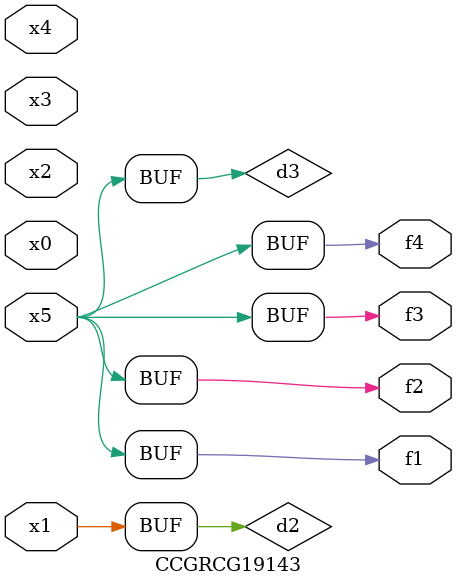
<source format=v>
module CCGRCG19143(
	input x0, x1, x2, x3, x4, x5,
	output f1, f2, f3, f4
);

	wire d1, d2, d3;

	not (d1, x5);
	or (d2, x1);
	xnor (d3, d1);
	assign f1 = d3;
	assign f2 = d3;
	assign f3 = d3;
	assign f4 = d3;
endmodule

</source>
